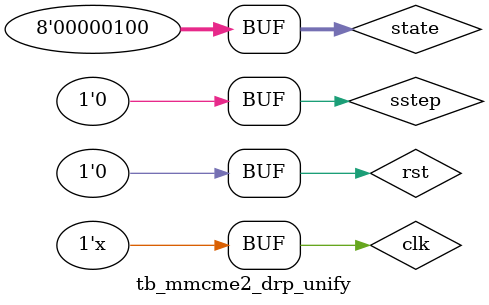
<source format=v>
`timescale 1ns / 1ps


module tb_mmcme2_drp_unify(

    );

reg clk;
reg rst;
reg sstep;
reg [7:0] state;


always #5 clk = ~clk;
 
mmcme2_drp_top  uut( 
        .SSTEP(sstep),
        .STATE(state),
        .RST(rst),
        .CLKIN(clk),
        .SRDY(srdy),
 		.LOCKED_OUT(locked),
        .CLK0OUT(clock)
    );  
    
initial begin
rst = 1;
sstep = 0;
state = 0;
clk = 0;
#500;
rst = 0;
#8000;

////////////////////

sstep = 1;
state = 0;
#11;
sstep = 0;
#10000;



sstep = 1;
state = 1;
#11;
sstep = 0;
#10000;




sstep = 1;
state = 2;
#11;
sstep = 0;
#10000;




sstep = 1;
state = 3;
#11;
sstep = 0;
#10000;




sstep = 1;
state = 4;
#11;
sstep = 0;
#10000;


end

    
endmodule

</source>
